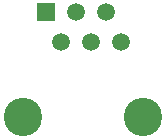
<source format=gbr>
%TF.GenerationSoftware,KiCad,Pcbnew,(6.0.0-rc1-343-g73b39e836d)*%
%TF.CreationDate,2021-12-09T15:59:47-05:00*%
%TF.ProjectId,Celestron-WiFi,43656c65-7374-4726-9f6e-2d576946692e,rev?*%
%TF.SameCoordinates,Original*%
%TF.FileFunction,Soldermask,Bot*%
%TF.FilePolarity,Negative*%
%FSLAX46Y46*%
G04 Gerber Fmt 4.6, Leading zero omitted, Abs format (unit mm)*
G04 Created by KiCad (PCBNEW (6.0.0-rc1-343-g73b39e836d)) date 2021-12-09 15:59:47*
%MOMM*%
%LPD*%
G01*
G04 APERTURE LIST*
%ADD10C,3.250000*%
%ADD11R,1.520000X1.520000*%
%ADD12C,1.520000*%
G04 APERTURE END LIST*
D10*
%TO.C,J2*%
X121158004Y-115673988D03*
X131318004Y-115673988D03*
D11*
X123068004Y-106783988D03*
D12*
X124338004Y-109323988D03*
X125608004Y-106783988D03*
X126878004Y-109323988D03*
X128148004Y-106783988D03*
X129418004Y-109323988D03*
%TD*%
M02*

</source>
